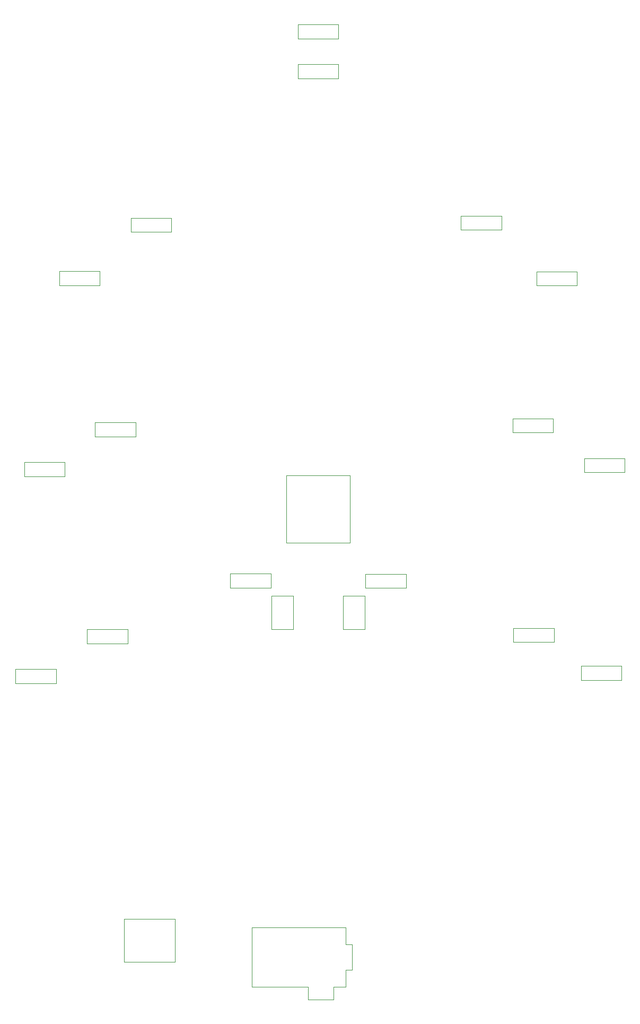
<source format=gbr>
G04 #@! TF.FileFunction,Other,User*
%FSLAX46Y46*%
G04 Gerber Fmt 4.6, Leading zero omitted, Abs format (unit mm)*
G04 Created by KiCad (PCBNEW 4.0.6) date Monday, November 13, 2017 'PMt' 07:08:10 PM*
%MOMM*%
%LPD*%
G01*
G04 APERTURE LIST*
%ADD10C,0.100000*%
%ADD11C,0.050000*%
G04 APERTURE END LIST*
D10*
D11*
X46915000Y-127160000D02*
X53415000Y-127160000D01*
X46915000Y-127160000D02*
X46915000Y-129370000D01*
X53415000Y-129370000D02*
X53415000Y-127160000D01*
X53415000Y-129370000D02*
X46915000Y-129370000D01*
X137720000Y-93505000D02*
X144220000Y-93505000D01*
X137720000Y-93505000D02*
X137720000Y-95715000D01*
X144220000Y-95715000D02*
X144220000Y-93505000D01*
X144220000Y-95715000D02*
X137720000Y-95715000D01*
X53900000Y-63660000D02*
X60400000Y-63660000D01*
X53900000Y-63660000D02*
X53900000Y-65870000D01*
X60400000Y-65870000D02*
X60400000Y-63660000D01*
X60400000Y-65870000D02*
X53900000Y-65870000D01*
X90150000Y-96200000D02*
X90150000Y-107000000D01*
X90150000Y-107000000D02*
X100350000Y-107000000D01*
X100350000Y-107000000D02*
X100350000Y-96200000D01*
X100350000Y-96200000D02*
X90150000Y-96200000D01*
X137212000Y-126652000D02*
X143712000Y-126652000D01*
X137212000Y-126652000D02*
X137212000Y-128862000D01*
X143712000Y-128862000D02*
X143712000Y-126652000D01*
X143712000Y-128862000D02*
X137212000Y-128862000D01*
X48312000Y-94140000D02*
X54812000Y-94140000D01*
X48312000Y-94140000D02*
X48312000Y-96350000D01*
X54812000Y-96350000D02*
X54812000Y-94140000D01*
X54812000Y-96350000D02*
X48312000Y-96350000D01*
X136600000Y-65880000D02*
X130100000Y-65880000D01*
X136600000Y-65880000D02*
X136600000Y-63670000D01*
X130100000Y-63670000D02*
X130100000Y-65880000D01*
X130100000Y-63670000D02*
X136600000Y-63670000D01*
X58345000Y-120810000D02*
X64845000Y-120810000D01*
X58345000Y-120810000D02*
X58345000Y-123020000D01*
X64845000Y-123020000D02*
X64845000Y-120810000D01*
X64845000Y-123020000D02*
X58345000Y-123020000D01*
X132790000Y-89375000D02*
X126290000Y-89375000D01*
X132790000Y-89375000D02*
X132790000Y-87165000D01*
X126290000Y-87165000D02*
X126290000Y-89375000D01*
X126290000Y-87165000D02*
X132790000Y-87165000D01*
X65330000Y-55151000D02*
X71830000Y-55151000D01*
X65330000Y-55151000D02*
X65330000Y-57361000D01*
X71830000Y-57361000D02*
X71830000Y-55151000D01*
X71830000Y-57361000D02*
X65330000Y-57361000D01*
X132917000Y-122776000D02*
X126417000Y-122776000D01*
X132917000Y-122776000D02*
X132917000Y-120566000D01*
X126417000Y-120566000D02*
X126417000Y-122776000D01*
X126417000Y-120566000D02*
X132917000Y-120566000D01*
X59615000Y-87790000D02*
X66115000Y-87790000D01*
X59615000Y-87790000D02*
X59615000Y-90000000D01*
X66115000Y-90000000D02*
X66115000Y-87790000D01*
X66115000Y-90000000D02*
X59615000Y-90000000D01*
X124535000Y-56990000D02*
X118035000Y-56990000D01*
X124535000Y-56990000D02*
X124535000Y-54780000D01*
X118035000Y-54780000D02*
X118035000Y-56990000D01*
X118035000Y-54780000D02*
X124535000Y-54780000D01*
X92000000Y-30640000D02*
X98500000Y-30640000D01*
X92000000Y-30640000D02*
X92000000Y-32850000D01*
X98500000Y-32850000D02*
X98500000Y-30640000D01*
X98500000Y-32850000D02*
X92000000Y-32850000D01*
X64266000Y-167014000D02*
X72386000Y-167014000D01*
X64266000Y-167014000D02*
X64266000Y-173854000D01*
X72386000Y-173854000D02*
X72386000Y-167014000D01*
X72386000Y-173854000D02*
X64266000Y-173854000D01*
X92000000Y-24290000D02*
X98500000Y-24290000D01*
X92000000Y-24290000D02*
X92000000Y-26500000D01*
X98500000Y-26500000D02*
X98500000Y-24290000D01*
X98500000Y-26500000D02*
X92000000Y-26500000D01*
X99679000Y-168601000D02*
X99679000Y-168351000D01*
X99679000Y-168351000D02*
X84679000Y-168351000D01*
X99679000Y-168601000D02*
X99679000Y-171101000D01*
X99679000Y-171101000D02*
X100679000Y-171101000D01*
X100679000Y-171101000D02*
X100679000Y-175101000D01*
X100679000Y-175101000D02*
X99679000Y-175101000D01*
X99679000Y-175101000D02*
X99679000Y-177851000D01*
X99679000Y-177851000D02*
X97679000Y-177851000D01*
X97679000Y-177851000D02*
X97679000Y-179851000D01*
X97679000Y-179851000D02*
X93679000Y-179851000D01*
X93679000Y-179851000D02*
X93679000Y-177851000D01*
X93679000Y-177851000D02*
X84679000Y-177851000D01*
X84679000Y-177851000D02*
X84679000Y-168351000D01*
X109295000Y-114140000D02*
X102795000Y-114140000D01*
X109295000Y-114140000D02*
X109295000Y-111930000D01*
X102795000Y-111930000D02*
X102795000Y-114140000D01*
X102795000Y-111930000D02*
X109295000Y-111930000D01*
X81205000Y-111920000D02*
X87705000Y-111920000D01*
X81205000Y-111920000D02*
X81205000Y-114130000D01*
X87705000Y-114130000D02*
X87705000Y-111920000D01*
X87705000Y-114130000D02*
X81205000Y-114130000D01*
X91285000Y-115410000D02*
X91285000Y-120810000D01*
X91285000Y-120810000D02*
X87785000Y-120810000D01*
X87785000Y-120810000D02*
X87785000Y-115410000D01*
X87785000Y-115410000D02*
X91285000Y-115410000D01*
X102715000Y-115410000D02*
X102715000Y-120810000D01*
X102715000Y-120810000D02*
X99215000Y-120810000D01*
X99215000Y-120810000D02*
X99215000Y-115410000D01*
X99215000Y-115410000D02*
X102715000Y-115410000D01*
M02*

</source>
